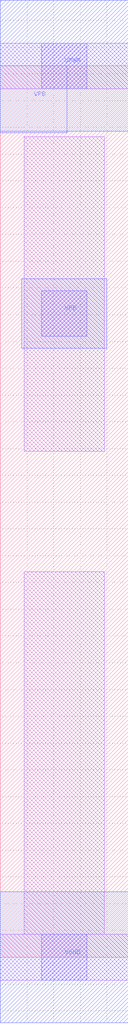
<source format=lef>
# Copyright 2020 The SkyWater PDK Authors
#
# Licensed under the Apache License, Version 2.0 (the "License");
# you may not use this file except in compliance with the License.
# You may obtain a copy of the License at
#
#     https://www.apache.org/licenses/LICENSE-2.0
#
# Unless required by applicable law or agreed to in writing, software
# distributed under the License is distributed on an "AS IS" BASIS,
# WITHOUT WARRANTIES OR CONDITIONS OF ANY KIND, either express or implied.
# See the License for the specific language governing permissions and
# limitations under the License.
#
# SPDX-License-Identifier: Apache-2.0

VERSION 5.5 ;
NAMESCASESENSITIVE ON ;
BUSBITCHARS "[]" ;
DIVIDERCHAR "/" ;
MACRO sky130_fd_sc_hs__tapvgnd2_1
  CLASS CORE ;
  SOURCE USER ;
  ORIGIN  0.000000  0.000000 ;
  SIZE  0.480000 BY  3.330000 ;
  SYMMETRY X Y ;
  SITE unit ;
  PIN VGND
    DIRECTION INOUT ;
    USE GROUND ;
    PORT
      LAYER met1 ;
        RECT 0.000000 -0.245000 0.480000 0.245000 ;
    END
  END VGND
  PIN VPB
    DIRECTION INOUT ;
    USE POWER ;
    PORT
      LAYER met1 ;
        RECT 0.000000 3.080000 0.250000 3.330000 ;
    END
    PORT
      LAYER met1 ;
        RECT 0.080000 2.275000 0.400000 2.535000 ;
    END
  END VPB
  PIN VPWR
    DIRECTION INOUT ;
    USE POWER ;
    PORT
      LAYER met1 ;
        RECT 0.000000 3.085000 0.480000 3.575000 ;
    END
  END VPWR
  OBS
    LAYER li1 ;
      RECT 0.000000 -0.085000 0.480000 0.085000 ;
      RECT 0.000000  3.245000 0.480000 3.415000 ;
      RECT 0.090000  0.085000 0.390000 1.440000 ;
      RECT 0.090000  1.890000 0.390000 3.065000 ;
    LAYER mcon ;
      RECT 0.155000 -0.085000 0.325000 0.085000 ;
      RECT 0.155000  2.320000 0.325000 2.490000 ;
      RECT 0.155000  3.245000 0.325000 3.415000 ;
  END
END sky130_fd_sc_hs__tapvgnd2_1

</source>
